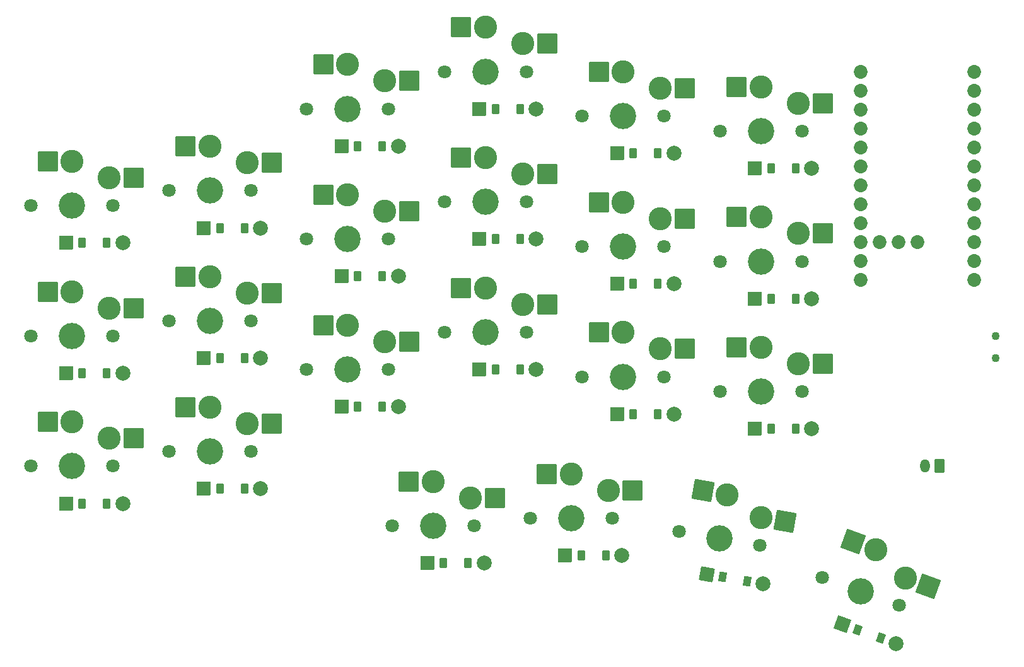
<source format=gbr>
%TF.GenerationSoftware,KiCad,Pcbnew,8.0.4*%
%TF.CreationDate,2024-08-22T13:25:46+01:00*%
%TF.ProjectId,left (v2 backup),6c656674-2028-4763-9220-6261636b7570,v1.0.0*%
%TF.SameCoordinates,Original*%
%TF.FileFunction,Soldermask,Bot*%
%TF.FilePolarity,Negative*%
%FSLAX46Y46*%
G04 Gerber Fmt 4.6, Leading zero omitted, Abs format (unit mm)*
G04 Created by KiCad (PCBNEW 8.0.4) date 2024-08-22 13:25:46*
%MOMM*%
%LPD*%
G01*
G04 APERTURE LIST*
G04 Aperture macros list*
%AMRoundRect*
0 Rectangle with rounded corners*
0 $1 Rounding radius*
0 $2 $3 $4 $5 $6 $7 $8 $9 X,Y pos of 4 corners*
0 Add a 4 corners polygon primitive as box body*
4,1,4,$2,$3,$4,$5,$6,$7,$8,$9,$2,$3,0*
0 Add four circle primitives for the rounded corners*
1,1,$1+$1,$2,$3*
1,1,$1+$1,$4,$5*
1,1,$1+$1,$6,$7*
1,1,$1+$1,$8,$9*
0 Add four rect primitives between the rounded corners*
20,1,$1+$1,$2,$3,$4,$5,0*
20,1,$1+$1,$4,$5,$6,$7,0*
20,1,$1+$1,$6,$7,$8,$9,0*
20,1,$1+$1,$8,$9,$2,$3,0*%
G04 Aperture macros list end*
%ADD10C,1.100000*%
%ADD11RoundRect,0.050000X-0.889000X-0.889000X0.889000X-0.889000X0.889000X0.889000X-0.889000X0.889000X0*%
%ADD12RoundRect,0.050000X-0.450000X-0.600000X0.450000X-0.600000X0.450000X0.600000X-0.450000X0.600000X0*%
%ADD13C,2.005000*%
%ADD14C,1.801800*%
%ADD15C,3.100000*%
%ADD16C,3.529000*%
%ADD17RoundRect,0.050000X-1.300000X-1.300000X1.300000X-1.300000X1.300000X1.300000X-1.300000X1.300000X0*%
%ADD18RoundRect,0.050000X-1.029867X-0.721121X0.721121X-1.029867X1.029867X0.721121X-0.721121X1.029867X0*%
%ADD19RoundRect,0.050000X-0.547352X-0.512743X0.338975X-0.669026X0.547352X0.512743X-0.338975X0.669026X0*%
%ADD20RoundRect,0.050000X-1.139443X-0.531331X0.531331X-1.139443X1.139443X0.531331X-0.531331X1.139443X0*%
%ADD21RoundRect,0.050000X-0.628074X-0.409907X0.217650X-0.717725X0.628074X0.409907X-0.217650X0.717725X0*%
%ADD22RoundRect,0.050000X0.600000X0.850000X-0.600000X0.850000X-0.600000X-0.850000X0.600000X-0.850000X0*%
%ADD23O,1.300000X1.800000*%
%ADD24RoundRect,0.050000X-1.666227X-0.776974X0.776974X-1.666227X1.666227X0.776974X-0.776974X1.666227X0*%
%ADD25RoundRect,0.050000X-1.505993X-1.054507X1.054507X-1.505993X1.505993X1.054507X-1.054507X1.505993X0*%
%ADD26C,1.852600*%
G04 APERTURE END LIST*
D10*
%TO.C,T1*%
X221655760Y-64905703D03*
X221655760Y-67905703D03*
%TD*%
D11*
%TO.C,D18*%
X189345761Y-42405706D03*
D12*
X191505761Y-42405704D03*
X194805761Y-42405708D03*
D13*
X196965761Y-42405706D03*
%TD*%
D11*
%TO.C,D12*%
X152345757Y-34405704D03*
D12*
X154505757Y-34405702D03*
X157805757Y-34405706D03*
D13*
X159965757Y-34405704D03*
%TD*%
D14*
%TO.C,S12*%
X147655758Y-29405703D03*
D15*
X153155758Y-23455701D03*
D16*
X153155758Y-29405703D03*
D15*
X158155758Y-25655703D03*
D14*
X158655758Y-29405703D03*
D17*
X149880758Y-23455703D03*
X161430758Y-25655703D03*
%TD*%
D11*
%TO.C,D17*%
X189345761Y-59905704D03*
D12*
X191505761Y-59905702D03*
X194805761Y-59905706D03*
D13*
X196965761Y-59905704D03*
%TD*%
D14*
%TO.C,S7*%
X129155760Y-69405706D03*
D15*
X134655760Y-63455704D03*
D16*
X134655760Y-69405706D03*
D15*
X139655760Y-65655706D03*
D14*
X140155760Y-69405706D03*
D17*
X131380760Y-63455706D03*
X142930760Y-65655706D03*
%TD*%
D11*
%TO.C,D6*%
X115345758Y-50405704D03*
D12*
X117505758Y-50405702D03*
X120805758Y-50405706D03*
D13*
X122965758Y-50405704D03*
%TD*%
D11*
%TO.C,D13*%
X170845758Y-75405704D03*
D12*
X173005758Y-75405702D03*
X176305758Y-75405706D03*
D13*
X178465758Y-75405704D03*
%TD*%
D11*
%TO.C,D8*%
X133845758Y-56905703D03*
D12*
X136005758Y-56905701D03*
X139305758Y-56905705D03*
D13*
X141465758Y-56905703D03*
%TD*%
D14*
%TO.C,S14*%
X166155756Y-52905706D03*
D15*
X171655756Y-46955704D03*
D16*
X171655756Y-52905706D03*
D15*
X176655756Y-49155706D03*
D14*
X177155756Y-52905706D03*
D17*
X168380756Y-46955706D03*
X179930756Y-49155706D03*
%TD*%
D14*
%TO.C,S1*%
X92155762Y-82405704D03*
D15*
X97655762Y-76455702D03*
D16*
X97655762Y-82405704D03*
D15*
X102655762Y-78655704D03*
D14*
X103155762Y-82405704D03*
D17*
X94380762Y-76455704D03*
X105930762Y-78655704D03*
%TD*%
D14*
%TO.C,S15*%
X166155763Y-35405707D03*
D15*
X171655763Y-29455705D03*
D16*
X171655763Y-35405707D03*
D15*
X176655763Y-31655707D03*
D14*
X177155763Y-35405707D03*
D17*
X168380763Y-29455707D03*
X179930763Y-31655707D03*
%TD*%
D14*
%TO.C,S16*%
X184655759Y-72405703D03*
D15*
X190155759Y-66455701D03*
D16*
X190155759Y-72405703D03*
D15*
X195155759Y-68655703D03*
D14*
X195655759Y-72405703D03*
D17*
X186880759Y-66455703D03*
X198430759Y-68655703D03*
%TD*%
D14*
%TO.C,S10*%
X147655757Y-64405704D03*
D15*
X153155757Y-58455702D03*
D16*
X153155757Y-64405704D03*
D15*
X158155757Y-60655704D03*
D14*
X158655757Y-64405704D03*
D17*
X149880757Y-58455704D03*
X161430757Y-60655704D03*
%TD*%
D11*
%TO.C,D2*%
X96845757Y-69905703D03*
D12*
X99005757Y-69905701D03*
X102305757Y-69905705D03*
D13*
X104465757Y-69905703D03*
%TD*%
D11*
%TO.C,D7*%
X133845761Y-74405705D03*
D12*
X136005761Y-74405703D03*
X139305761Y-74405707D03*
D13*
X141465761Y-74405705D03*
%TD*%
D11*
%TO.C,D11*%
X152345763Y-51905704D03*
D12*
X154505763Y-51905702D03*
X157805763Y-51905706D03*
D13*
X159965763Y-51905704D03*
%TD*%
D18*
%TO.C,D21*%
X182915930Y-96888650D03*
D19*
X185043116Y-97263732D03*
X188292982Y-97836768D03*
D13*
X190420168Y-98211850D03*
%TD*%
D20*
%TO.C,D22*%
X201091570Y-103630187D03*
D21*
X203121306Y-104368952D03*
X206222292Y-105497616D03*
D13*
X208252028Y-106236381D03*
%TD*%
D14*
%TO.C,S3*%
X92155760Y-47405705D03*
D15*
X97655760Y-41455703D03*
D16*
X97655760Y-47405705D03*
D15*
X102655760Y-43655705D03*
D14*
X103155760Y-47405705D03*
D17*
X94380760Y-41455705D03*
X105930760Y-43655705D03*
%TD*%
D11*
%TO.C,D10*%
X152345755Y-69405707D03*
D12*
X154505755Y-69405705D03*
X157805755Y-69405709D03*
D13*
X159965755Y-69405707D03*
%TD*%
D14*
%TO.C,S19*%
X140655762Y-90405704D03*
D15*
X146155762Y-84455702D03*
D16*
X146155762Y-90405704D03*
D15*
X151155762Y-86655704D03*
D14*
X151655762Y-90405704D03*
D17*
X142880762Y-84455704D03*
X154430762Y-86655704D03*
%TD*%
D14*
%TO.C,S13*%
X166155760Y-70405705D03*
D15*
X171655760Y-64455703D03*
D16*
X171655760Y-70405705D03*
D15*
X176655760Y-66655705D03*
D14*
X177155760Y-70405705D03*
D17*
X168380760Y-64455705D03*
X179930760Y-66655705D03*
%TD*%
D11*
%TO.C,D3*%
X96845760Y-52405703D03*
D12*
X99005760Y-52405701D03*
X102305760Y-52405705D03*
D13*
X104465760Y-52405703D03*
%TD*%
D11*
%TO.C,D19*%
X145345762Y-95405704D03*
D12*
X147505762Y-95405702D03*
X150805762Y-95405706D03*
D13*
X152965762Y-95405704D03*
%TD*%
D11*
%TO.C,D9*%
X133845763Y-39405704D03*
D12*
X136005763Y-39405702D03*
X139305763Y-39405706D03*
D13*
X141465763Y-39405704D03*
%TD*%
D14*
%TO.C,S8*%
X129155759Y-51905706D03*
D15*
X134655759Y-45955704D03*
D16*
X134655759Y-51905706D03*
D15*
X139655759Y-48155706D03*
D14*
X140155759Y-51905706D03*
D17*
X131380759Y-45955706D03*
X142930759Y-48155706D03*
%TD*%
D14*
%TO.C,S2*%
X92155758Y-64905704D03*
D15*
X97655758Y-58955702D03*
D16*
X97655758Y-64905704D03*
D15*
X102655758Y-61155704D03*
D14*
X103155758Y-64905704D03*
D17*
X94380758Y-58955704D03*
X105930758Y-61155704D03*
%TD*%
D14*
%TO.C,S20*%
X159155761Y-89405704D03*
D15*
X164655761Y-83455702D03*
D16*
X164655761Y-89405704D03*
D15*
X169655761Y-85655704D03*
D14*
X170155761Y-89405704D03*
D17*
X161380761Y-83455704D03*
X172930761Y-85655704D03*
%TD*%
D22*
%TO.C,JST1*%
X214155761Y-82405704D03*
D23*
X212155761Y-82405704D03*
%TD*%
D11*
%TO.C,D1*%
X96845760Y-87405704D03*
D12*
X99005760Y-87405702D03*
X102305760Y-87405706D03*
D13*
X104465760Y-87405704D03*
%TD*%
D14*
%TO.C,S6*%
X110655761Y-45405706D03*
D15*
X116155761Y-39455704D03*
D16*
X116155761Y-45405706D03*
D15*
X121155761Y-41655706D03*
D14*
X121655761Y-45405706D03*
D17*
X112880761Y-39455706D03*
X124430761Y-41655706D03*
%TD*%
D11*
%TO.C,D14*%
X170845763Y-57905702D03*
D12*
X173005763Y-57905700D03*
X176305763Y-57905704D03*
D13*
X178465763Y-57905702D03*
%TD*%
D14*
%TO.C,S22*%
X198394511Y-97327650D03*
D15*
X205597840Y-93617590D03*
D16*
X203562820Y-99208761D03*
D15*
X209543859Y-97395014D03*
D14*
X208731129Y-101089872D03*
D24*
X202520347Y-92497474D03*
X212621352Y-98515130D03*
%TD*%
D14*
%TO.C,S17*%
X184655761Y-54905704D03*
D15*
X190155761Y-48955702D03*
D16*
X190155761Y-54905704D03*
D15*
X195155761Y-51155704D03*
D14*
X195655761Y-54905704D03*
D17*
X186880761Y-48955704D03*
X198430761Y-51155704D03*
%TD*%
D14*
%TO.C,S9*%
X129155756Y-34405705D03*
D15*
X134655756Y-28455703D03*
D16*
X134655756Y-34405705D03*
D15*
X139655756Y-30655705D03*
D14*
X140155756Y-34405705D03*
D17*
X131380756Y-28455705D03*
X142930756Y-30655705D03*
%TD*%
D11*
%TO.C,D16*%
X189345762Y-77405706D03*
D12*
X191505762Y-77405704D03*
X194805762Y-77405708D03*
D13*
X196965762Y-77405706D03*
%TD*%
D11*
%TO.C,D15*%
X170845760Y-40405702D03*
D12*
X173005760Y-40405700D03*
X176305760Y-40405704D03*
D13*
X178465760Y-40405702D03*
%TD*%
D14*
%TO.C,S21*%
X179165421Y-91150205D03*
D15*
X185615071Y-86245664D03*
D16*
X184581864Y-92105270D03*
D15*
X190157087Y-89280483D03*
D14*
X189998307Y-93060335D03*
D25*
X182389825Y-85676966D03*
X193382329Y-89849180D03*
%TD*%
D14*
%TO.C,S11*%
X147655762Y-46905702D03*
D15*
X153155762Y-40955700D03*
D16*
X153155762Y-46905702D03*
D15*
X158155762Y-43155702D03*
D14*
X158655762Y-46905702D03*
D17*
X149880762Y-40955702D03*
X161430762Y-43155702D03*
%TD*%
D14*
%TO.C,S18*%
X184655759Y-37405705D03*
D15*
X190155759Y-31455703D03*
D16*
X190155759Y-37405705D03*
D15*
X195155759Y-33655705D03*
D14*
X195655759Y-37405705D03*
D17*
X186880759Y-31455705D03*
X198430759Y-33655705D03*
%TD*%
D26*
%TO.C,MCU1*%
X218775756Y-29435709D03*
X218775756Y-31975706D03*
X218775756Y-34515706D03*
X218775756Y-37055706D03*
X218775756Y-39595706D03*
X218775756Y-42135706D03*
X218775756Y-44675706D03*
X218775756Y-47215706D03*
X218775752Y-49755706D03*
X218775756Y-52295706D03*
X218775756Y-54835706D03*
X218775756Y-57375706D03*
X203535756Y-57375703D03*
X203535756Y-54835706D03*
X203535756Y-52295706D03*
X203535756Y-49755706D03*
X203535756Y-47215706D03*
X203535756Y-44675706D03*
X203535756Y-42135706D03*
X203535756Y-39595706D03*
X203535760Y-37055706D03*
X203535756Y-34515706D03*
X203535756Y-31975706D03*
X203535756Y-29435706D03*
X206075758Y-52295705D03*
X208615756Y-52295706D03*
X211155756Y-52295706D03*
%TD*%
D11*
%TO.C,D4*%
X115345754Y-85405705D03*
D12*
X117505754Y-85405703D03*
X120805754Y-85405707D03*
D13*
X122965754Y-85405705D03*
%TD*%
D11*
%TO.C,D20*%
X163845760Y-94405706D03*
D12*
X166005760Y-94405704D03*
X169305760Y-94405708D03*
D13*
X171465760Y-94405706D03*
%TD*%
D14*
%TO.C,S4*%
X110655761Y-80405707D03*
D15*
X116155761Y-74455705D03*
D16*
X116155761Y-80405707D03*
D15*
X121155761Y-76655707D03*
D14*
X121655761Y-80405707D03*
D17*
X112880761Y-74455707D03*
X124430761Y-76655707D03*
%TD*%
D11*
%TO.C,D5*%
X115345764Y-67905707D03*
D12*
X117505764Y-67905705D03*
X120805764Y-67905709D03*
D13*
X122965764Y-67905707D03*
%TD*%
D14*
%TO.C,S5*%
X110655760Y-62905705D03*
D15*
X116155760Y-56955703D03*
D16*
X116155760Y-62905705D03*
D15*
X121155760Y-59155705D03*
D14*
X121655760Y-62905705D03*
D17*
X112880760Y-56955705D03*
X124430760Y-59155705D03*
%TD*%
M02*

</source>
